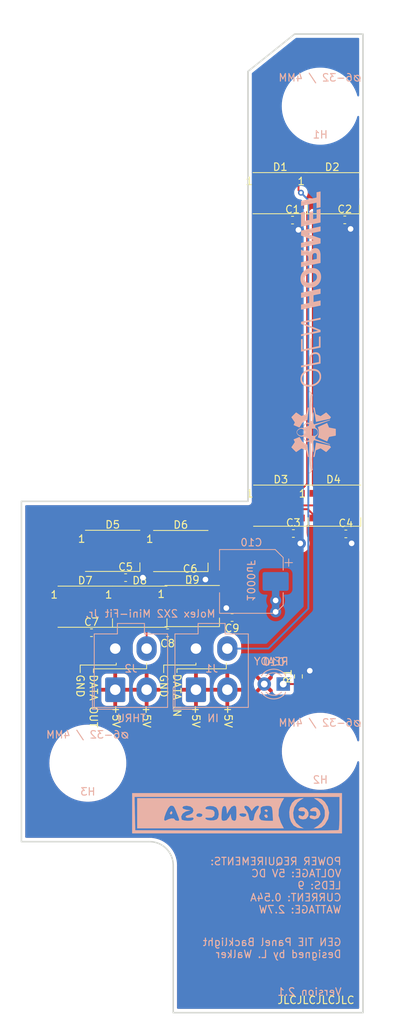
<source format=kicad_pcb>
(kicad_pcb (version 20211014) (generator pcbnew)
  (layers (0 "F.Cu" signal) (31 "B.Cu" signal) (34 "B.Paste" user) (35 "F.Paste" user) (36 "B.SilkS" user "B.Silkscreen") (37 "F.SilkS" user "F.Silkscreen") (38 "B.Mask" user) (39 "F.Mask" user) (44 "Edge.Cuts" user))
  (net 0 "")
  (net 1 "Net-(D1-Pad2)")
  (net 2 "Net-(D2-Pad2)")
  (net 3 "Net-(D3-Pad2)")
  (net 4 "Net-(D4-Pad2)")
  (net 5 "Net-(D6-Pad2)")
  (net 6 "Net-(D8-Pad2)")
  (net 7 "/LEDGND")
  (net 8 "/LED+5V")
  (net 9 "/DATAIN")
  (net 10 "/DATAOUT")
  (net 11 "Net-(D5-Pad2)")
  (net 12 "Net-(D7-Pad2)")
  (net 13 "Net-(D10-Pad1)")
  (footprint "OH_Footprints:LED_WS2812B_PLCC4_5.0x5.0mm_P3.2mm" (layer "F.Cu") (at 151.742 50.974)
    (fp_text reference "D1" (at 0 -3.5) (layer "F.SilkS"))
    (fp_text value "WS2812B")
    (fp_text user "1" (at -4.15 -1.6) (layer "F.SilkS"))
    (pad "1" smd rect (at -2.45 -1.65) (size 1.5 0.9) (layers "F.Cu" "F.Paste" "F.Mask") (net 8 "/LED+5V"))
    (pad "2" smd rect (at -2.45 1.65) (size 1.5 0.9) (layers "F.Cu" "F.Paste" "F.Mask") (net 1 "Net-(D1-Pad2)"))
    (pad "3" smd rect (at 2.45 1.65) (size 1.5 0.9) (layers "F.Cu" "F.Paste" "F.Mask") (net 7 "/LEDGND"))
    (pad "4" smd rect (at 2.45 -1.65) (size 1.5 0.9) (layers "F.Cu" "F.Paste" "F.Mask") (net 9 "/DATAIN"))
  )
  (footprint "OH_Footprints:LED_WS2812B_PLCC4_5.0x5.0mm_P3.2mm" (layer "F.Cu") (at 158.702 50.984)
    (fp_text reference "D2" (at 0 -3.5) (layer "F.SilkS"))
    (fp_text value "WS2812B")
    (fp_text user "1" (at -4.15 -1.6) (layer "F.SilkS"))
    (pad "1" smd rect (at -2.45 -1.65) (size 1.5 0.9) (layers "F.Cu" "F.Paste" "F.Mask") (net 8 "/LED+5V"))
    (pad "2" smd rect (at -2.45 1.65) (size 1.5 0.9) (layers "F.Cu" "F.Paste" "F.Mask") (net 2 "Net-(D2-Pad2)"))
    (pad "3" smd rect (at 2.45 1.65) (size 1.5 0.9) (layers "F.Cu" "F.Paste" "F.Mask") (net 7 "/LEDGND"))
    (pad "4" smd rect (at 2.45 -1.65) (size 1.5 0.9) (layers "F.Cu" "F.Paste" "F.Mask") (net 1 "Net-(D1-Pad2)"))
  )
  (footprint "OH_Footprints:LED_WS2812B_PLCC4_5.0x5.0mm_P3.2mm" (layer "F.Cu") (at 151.822 92.744)
    (fp_text reference "D3" (at 0 -3.5) (layer "F.SilkS"))
    (fp_text value "WS2812B")
    (fp_text user "1" (at -4.15 -1.6) (layer "F.SilkS"))
    (pad "1" smd rect (at -2.45 -1.65) (size 1.5 0.9) (layers "F.Cu" "F.Paste" "F.Mask") (net 8 "/LED+5V"))
    (pad "2" smd rect (at -2.45 1.65) (size 1.5 0.9) (layers "F.Cu" "F.Paste" "F.Mask") (net 3 "Net-(D3-Pad2)"))
    (pad "3" smd rect (at 2.45 1.65) (size 1.5 0.9) (layers "F.Cu" "F.Paste" "F.Mask") (net 7 "/LEDGND"))
    (pad "4" smd rect (at 2.45 -1.65) (size 1.5 0.9) (layers "F.Cu" "F.Paste" "F.Mask") (net 2 "Net-(D2-Pad2)"))
  )
  (footprint "OH_Footprints:LED_WS2812B_PLCC4_5.0x5.0mm_P3.2mm" (layer "F.Cu") (at 158.872 92.744)
    (fp_text reference "D4" (at 0 -3.5) (layer "F.SilkS"))
    (fp_text value "WS2812B")
    (fp_text user "1" (at -4.15 -1.6) (layer "F.SilkS"))
    (pad "1" smd rect (at -2.45 -1.65) (size 1.5 0.9) (layers "F.Cu" "F.Paste" "F.Mask") (net 8 "/LED+5V"))
    (pad "2" smd rect (at -2.45 1.65) (size 1.5 0.9) (layers "F.Cu" "F.Paste" "F.Mask") (net 4 "Net-(D4-Pad2)"))
    (pad "3" smd rect (at 2.45 1.65) (size 1.5 0.9) (layers "F.Cu" "F.Paste" "F.Mask") (net 7 "/LEDGND"))
    (pad "4" smd rect (at 2.45 -1.65) (size 1.5 0.9) (layers "F.Cu" "F.Paste" "F.Mask") (net 3 "Net-(D3-Pad2)"))
  )
  (footprint "OH_Footprints:LED_WS2812B_PLCC4_5.0x5.0mm_P3.2mm" (layer "F.Cu") (at 129.312 98.784)
    (fp_text reference "D5" (at 0 -3.5) (layer "F.SilkS"))
    (fp_text value "WS2812B")
    (fp_text user "1" (at -4.15 -1.6) (layer "F.SilkS"))
    (pad "1" smd rect (at -2.45 -1.65) (size 1.5 0.9) (layers "F.Cu" "F.Paste" "F.Mask") (net 8 "/LED+5V"))
    (pad "2" smd rect (at -2.45 1.65) (size 1.5 0.9) (layers "F.Cu" "F.Paste" "F.Mask") (net 11 "Net-(D5-Pad2)"))
    (pad "3" smd rect (at 2.45 1.65) (size 1.5 0.9) (layers "F.Cu" "F.Paste" "F.Mask") (net 7 "/LEDGND"))
    (pad "4" smd rect (at 2.45 -1.65) (size 1.5 0.9) (layers "F.Cu" "F.Paste" "F.Mask") (net 4 "Net-(D4-Pad2)"))
  )
  (footprint "OH_Footprints:LED_WS2812B_PLCC4_5.0x5.0mm_P3.2mm" (layer "F.Cu") (at 132.932 106.248)
    (fp_text reference "D8" (at 0 -3.5) (layer "F.SilkS"))
    (fp_text value "WS2812B")
    (fp_text user "1" (at -4.15 -1.6) (layer "F.SilkS"))
    (pad "1" smd rect (at -2.45 -1.65) (size 1.5 0.9) (layers "F.Cu" "F.Paste" "F.Mask") (net 8 "/LED+5V"))
    (pad "2" smd rect (at -2.45 1.65) (size 1.5 0.9) (layers "F.Cu" "F.Paste" "F.Mask") (net 6 "Net-(D8-Pad2)"))
    (pad "3" smd rect (at 2.45 1.65) (size 1.5 0.9) (layers "F.Cu" "F.Paste" "F.Mask") (net 7 "/LEDGND"))
    (pad "4" smd rect (at 2.45 -1.65) (size 1.5 0.9) (layers "F.Cu" "F.Paste" "F.Mask") (net 12 "Net-(D7-Pad2)"))
  )
  (footprint "OH_Footprints:LED_WS2812B_PLCC4_5.0x5.0mm_P3.2mm" (layer "F.Cu") (at 139.962 106.164)
    (fp_text reference "D9" (at 0 -3.5) (layer "F.SilkS"))
    (fp_text value "WS2812B")
    (fp_text user "1" (at -4.15 -1.6) (layer "F.SilkS"))
    (pad "1" smd rect (at -2.45 -1.65) (size 1.5 0.9) (layers "F.Cu" "F.Paste" "F.Mask") (net 8 "/LED+5V"))
    (pad "2" smd rect (at -2.45 1.65) (size 1.5 0.9) (layers "F.Cu" "F.Paste" "F.Mask") (net 10 "/DATAOUT"))
    (pad "3" smd rect (at 2.45 1.65) (size 1.5 0.9) (layers "F.Cu" "F.Paste" "F.Mask") (net 7 "/LEDGND"))
    (pad "4" smd rect (at 2.45 -1.65) (size 1.5 0.9) (layers "F.Cu" "F.Paste" "F.Mask") (net 6 "Net-(D8-Pad2)"))
  )
  (footprint "OH_Footprints:C_0603_1608Metric" (layer "F.Cu") (at 153.392 54.574)
    (fp_text reference "C1" (at 0 -1.43) (layer "F.SilkS"))
    (fp_text value "C")
    (pad "1" smd roundrect (at -0.775 0) (size 0.9 0.95) (layers "F.Cu" "F.Paste" "F.Mask") (net 8 "/LED+5V"))
    (pad "2" smd roundrect (at 0.775 0) (size 0.9 0.95) (layers "F.Cu" "F.Paste" "F.Mask") (net 7 "/LEDGND"))
  )
  (footprint "OH_Footprints:R_0603_1608Metric" (layer "F.Cu") (at 154.178 115.57 90)
    (fp_text reference "R1" (at 0 -1.43 90) (layer "F.SilkS"))
    (fp_text value "R")
    (pad "1" smd roundrect (at -0.825 0 90) (size 0.8 0.95) (layers "F.Cu" "F.Paste" "F.Mask") (net 13 "Net-(D10-Pad1)"))
    (pad "2" smd roundrect (at 0.825 0 90) (size 0.8 0.95) (layers "F.Cu" "F.Paste" "F.Mask") (net 7 "/LEDGND"))
  )
  (footprint "OH_Footprints:C_0603_1608Metric" (layer "F.Cu") (at 160.387 54.544)
    (fp_text reference "C2" (at 0 -1.43) (layer "F.SilkS"))
    (fp_text value "C")
    (pad "1" smd roundrect (at -0.775 0) (size 0.9 0.95) (layers "F.Cu" "F.Paste" "F.Mask") (net 8 "/LED+5V"))
    (pad "2" smd roundrect (at 0.775 0) (size 0.9 0.95) (layers "F.Cu" "F.Paste" "F.Mask") (net 7 "/LEDGND"))
  )
  (footprint "OH_Footprints:C_0603_1608Metric" (layer "F.Cu") (at 153.502 96.464)
    (fp_text reference "C3" (at 0 -1.43) (layer "F.SilkS"))
    (fp_text value "C")
    (pad "1" smd roundrect (at -0.775 0) (size 0.9 0.95) (layers "F.Cu" "F.Paste" "F.Mask") (net 8 "/LED+5V"))
    (pad "2" smd roundrect (at 0.775 0) (size 0.9 0.95) (layers "F.Cu" "F.Paste" "F.Mask") (net 7 "/LEDGND"))
  )
  (footprint "OH_Footprints:C_0603_1608Metric" (layer "F.Cu") (at 160.528 96.52)
    (fp_text reference "C4" (at 0 -1.43) (layer "F.SilkS"))
    (fp_text value "C")
    (pad "1" smd roundrect (at -0.775 0) (size 0.9 0.95) (layers "F.Cu" "F.Paste" "F.Mask") (net 8 "/LED+5V"))
    (pad "2" smd roundrect (at 0.775 0) (size 0.9 0.95) (layers "F.Cu" "F.Paste" "F.Mask") (net 7 "/LEDGND"))
  )
  (footprint "OH_Footprints:C_0603_1608Metric" (layer "F.Cu") (at 131.051 102.362)
    (fp_text reference "C5" (at 0 -1.43) (layer "F.SilkS"))
    (fp_text value "C")
    (pad "1" smd roundrect (at -0.775 0) (size 0.9 0.95) (layers "F.Cu" "F.Paste" "F.Mask") (net 8 "/LED+5V"))
    (pad "2" smd roundrect (at 0.775 0) (size 0.9 0.95) (layers "F.Cu" "F.Paste" "F.Mask") (net 7 "/LEDGND"))
  )
  (footprint "OH_Footprints:C_0603_1608Metric" (layer "F.Cu") (at 139.687 102.616)
    (fp_text reference "C6" (at 0 -1.43) (layer "F.SilkS"))
    (fp_text value "C")
    (pad "1" smd roundrect (at -0.775 0) (size 0.9 0.95) (layers "F.Cu" "F.Paste" "F.Mask") (net 8 "/LED+5V"))
    (pad "2" smd roundrect (at 0.775 0) (size 0.9 0.95) (layers "F.Cu" "F.Paste" "F.Mask") (net 7 "/LEDGND"))
  )
  (footprint "OH_Footprints:C_0603_1608Metric" (layer "F.Cu") (at 126.479 109.728)
    (fp_text reference "C7" (at 0 -1.43) (layer "F.SilkS"))
    (fp_text value "C")
    (pad "1" smd roundrect (at -0.775 0) (size 0.9 0.95) (layers "F.Cu" "F.Paste" "F.Mask") (net 8 "/LED+5V"))
    (pad "2" smd roundrect (at 0.775 0) (size 0.9 0.95) (layers "F.Cu" "F.Paste" "F.Mask") (net 7 "/LEDGND"))
  )
  (footprint "OH_Footprints:C_0603_1608Metric" (layer "F.Cu") (at 145.301 107.696 180)
    (fp_text reference "C9" (at 0 -1.43 180) (layer "F.SilkS"))
    (fp_text value "C")
    (pad "1" smd roundrect (at -0.775 0 180) (size 0.9 0.95) (layers "F.Cu" "F.Paste" "F.Mask") (net 8 "/LED+5V"))
    (pad "2" smd roundrect (at 0.775 0 180) (size 0.9 0.95) (layers "F.Cu" "F.Paste" "F.Mask") (net 7 "/LEDGND"))
  )
  (footprint "OH_Footprints:C_0603_1608Metric" (layer "F.Cu") (at 136.665 109.728 180)
    (fp_text reference "C8" (at 0 -1.43 180) (layer "F.SilkS"))
    (fp_text value "C")
    (pad "1" smd roundrect (at -0.775 0 180) (size 0.9 0.95) (layers "F.Cu" "F.Paste" "F.Mask") (net 8 "/LED+5V"))
    (pad "2" smd roundrect (at 0.775 0 180) (size 0.9 0.95) (layers "F.Cu" "F.Paste" "F.Mask") (net 7 "/LEDGND"))
  )
  (footprint "OH_Footprints:LED_WS2812B_PLCC4_5.0x5.0mm_P3.2mm" (layer "F.Cu") (at 138.43 98.806)
    (fp_text reference "D6" (at 0 -3.5) (layer "F.SilkS"))
    (fp_text value "WS2812B")
    (fp_text user "1" (at -4.15 -1.6) (layer "F.SilkS"))
    (pad "1" smd rect (at -2.45 -1.65) (size 1.5 0.9) (layers "F.Cu" "F.Paste" "F.Mask") (net 8 "/LED+5V"))
    (pad "2" smd rect (at -2.45 1.65) (size 1.5 0.9) (layers "F.Cu" "F.Paste" "F.Mask") (net 5 "Net-(D6-Pad2)"))
    (pad "3" smd rect (at 2.45 1.65) (size 1.5 0.9) (layers "F.Cu" "F.Paste" "F.Mask") (net 7 "/LEDGND"))
    (pad "4" smd rect (at 2.45 -1.65) (size 1.5 0.9) (layers "F.Cu" "F.Paste" "F.Mask") (net 11 "Net-(D5-Pad2)"))
  )
  (footprint "OH_Footprints:LED_WS2812B_PLCC4_5.0x5.0mm_P3.2mm" (layer "F.Cu") (at 125.64 106.248)
    (fp_text reference "D7" (at 0 -3.5) (layer "F.SilkS"))
    (fp_text value "WS2812B")
    (fp_text user "1" (at -4.15 -1.6) (layer "F.SilkS"))
    (pad "1" smd rect (at -2.45 -1.65) (size 1.5 0.9) (layers "F.Cu" "F.Paste" "F.Mask") (net 8 "/LED+5V"))
    (pad "2" smd rect (at -2.45 1.65) (size 1.5 0.9) (layers "F.Cu" "F.Paste" "F.Mask") (net 12 "Net-(D7-Pad2)"))
    (pad "3" smd rect (at 2.45 1.65) (size 1.5 0.9) (layers "F.Cu" "F.Paste" "F.Mask") (net 7 "/LEDGND"))
    (pad "4" smd rect (at 2.45 -1.65) (size 1.5 0.9) (layers "F.Cu" "F.Paste" "F.Mask") (net 5 "Net-(D6-Pad2)"))
  )
  (footprint "OH_Backlighting:OH_Panel_6-32_PHS" (layer "F.Cu") (at 125.992 127.164)
    (fp_text reference "REF**" hide)
    (fp_text value "OH_Panel_Fastner_Keepout" hide)
    (fp_text user "H3" (at 0 3.81) (layer "B.SilkS") (effects (justify mirror)))
    (fp_text user "⌀6-32 / 4MM" (at 0 -3.81) (layer "B.SilkS") (effects (justify mirror)))
    (pad "" np_thru_hole circle locked (at 0 0) (size 4.3 4.3) (drill 4.3) (layers *.Cu *.Mask) (clearance 3))
  )
  (footprint "OH_Backlighting:OH_Panel_6-32_PHS" (layer "F.Cu") (at 157.112 125.574)
    (fp_text reference "REF**" hide)
    (fp_text value "OH_Panel_Fastner_Keepout" hide)
    (fp_text user "H2" (at 0 3.81) (layer "B.SilkS") (effects (justify mirror)))
    (fp_text user "⌀6-32 / 4MM" (at 0 -3.81) (layer "B.SilkS") (effects (justify mirror)))
    (pad "" np_thru_hole circle locked (at 0 0) (size 4.3 4.3) (drill 4.3) (layers *.Cu *.Mask) (clearance 3))
  )
  (footprint "OH_Backlighting:OH_Panel_6-32_PHS" (layer "F.Cu") (at 157.102 39.344)
    (fp_text reference "REF**" hide)
    (fp_text value "OH_Panel_Fastner_Keepout" hide)
    (fp_text user "⌀6-32 / 4MM" (at 0 -3.81) (layer "B.SilkS") (effects (justify mirror)))
    (fp_text user "H1" (at 0 3.81) (layer "B.SilkS") (effects (justify mirror)))
    (pad "" np_thru_hole circle locked (at 0 0) (size 4.3 4.3) (drill 4.3) (layers *.Cu *.Mask) (clearance 3))
  )
  (footprint "OH_Footprints:Molex_Mini-Fit_Jr_5566-04A_2x02_P4.20mm_Vertical" (layer "B.Cu") (at 140.462 117.348)
    (fp_text reference "J1" (at 2.1 -2.820624 180) (layer "B.SilkS") (effects (justify mirror)))
    (fp_text value "IN")
    (pad "1" thru_hole roundrect (at 0 0) (size 2.7 3.3) (drill 1.4) (layers *.Cu *.Mask) (roundrect_rratio 0.09259296296) (net 8 "/LED+5V"))
    (pad "2" thru_hole oval (at 4.2 0) (size 2.7 3.3) (drill 1.4) (layers *.Cu *.Mask) (net 8 "/LED+5V"))
    (pad "3" thru_hole oval (at 0 -5.5) (size 2.7 3.3) (drill 1.4) (layers *.Cu *.Mask) (net 7 "/LEDGND"))
    (pad "4" thru_hole oval (at 4.2 -5.5) (size 2.7 3.3) (drill 1.4) (layers *.Cu *.Mask) (net 9 "/DATAIN"))
  )
  (footprint "OH_Footprints:LED_D3.0mm" (layer "B.Cu") (at 152.146 116.586 180)
    (fp_text reference "D10" (at 1.27 2.96) (layer "B.SilkS") (effects (justify mirror)))
    (fp_text value "LED")
    (pad "1" thru_hole rect (at 0 0 180) (size 1.8 1.8) (drill 0.9) (layers *.Cu *.Mask) (net 13 "Net-(D10-Pad1)"))
    (pad "2" thru_hole circle (at 2.54 0 180) (size 1.8 1.8) (drill 0.9) (layers *.Cu *.Mask) (net 8 "/LED+5V"))
  )
  (footprint "OH_General:CC-BY-NC-SA-Small" (layer "B.Cu") (at 146.05 133.858 180)
    (fp_text reference "G***" hide)
    (fp_text value "LOGO" hide)
  )
  (footprint "OH_General:OH_LOGO_37.7mm_5.9mm" (layer "B.Cu") (at 156.21 69.596 90)
    (fp_text reference "G***" hide)
    (fp_text value "LOGO" hide)
  )
  (footprint "OH_Footprints:CP_Elec_8x10" (layer "B.Cu") (at 147.88 102.87 180)
    (fp_text reference "C10" (at 0 5.2) (layer "B.SilkS") (effects (justify mirror)))
    (fp_text value "C_Polarized")
    (pad "1" smd roundrect (at -3.25 0 180) (size 3.5 2.5) (layers "B.Cu" "B.Paste" "B.Mask") (roundrect_rratio 0.1) (net 8 "/LED+5V"))
    (pad "2" smd roundrect (at 3.25 0 180) (size 3.5 2.5) (layers "B.Cu" "B.Paste" "B.Mask") (roundrect_rratio 0.1) (net 7 "/LEDGND"))
  )
  (footprint "OH_Footprints:Molex_Mini-Fit_Jr_5566-04A_2x02_P4.20mm_Vertical" (layer "B.Cu") (at 129.658 117.348)
    (fp_text reference "J2" (at 2.1 -2.820624 180) (layer "B.SilkS") (effects (justify mirror)))
    (fp_text value "THRU")
    (pad "1" thru_hole roundrect (at 0 0) (size 2.7 3.3) (drill 1.4) (layers *.Cu *.Mask) (roundrect_rratio 0.09259296296) (net 8 "/LED+5V"))
    (pad "2" thru_hole oval (at 4.2 0) (size 2.7 3.3) (drill 1.4) (layers *.Cu *.Mask) (net 8 "/LED+5V"))
    (pad "3" thru_hole oval (at 0 -5.5) (size 2.7 3.3) (drill 1.4) (layers *.Cu *.Mask) (net 7 "/LEDGND"))
    (pad "4" thru_hole oval (at 4.2 -5.5) (size 2.7 3.3) (drill 1.4) (layers *.Cu *.Mask) (net 10 "/DATAOUT"))
  )
  (gr_line (start 137.922 114.554) (end 144.526 114.554) (layer "F.SilkS") (width 0.12))
  (gr_line (start 136.144 114.046) (end 140.462 114.046) (layer "F.SilkS") (width 0.12))
  (gr_line (start 126.746 114.554) (end 133.858 114.554) (layer "F.SilkS") (width 0.12))
  (gr_line (start 133.858 114.554) (end 133.858 113.792) (layer "F.SilkS") (width 0.12))
  (gr_line (start 124.968 115.062) (end 124.968 114.3) (layer "F.SilkS") (width 0.12))
  (gr_line (start 124.968 114.046) (end 129.794 114.046) (layer "F.SilkS") (width 0.12))
  (gr_line (start 129.794 114.046) (end 129.794 113.792) (layer "F.SilkS") (width 0.12))
  (gr_line (start 144.526 114.554) (end 144.526 113.792) (layer "F.SilkS") (width 0.12))
  (gr_line (start 137.922 115.062) (end 137.922 114.554) (layer "F.SilkS") (width 0.12))
  (gr_line (start 140.462 114.046) (end 140.462 113.792) (layer "F.SilkS") (width 0.12))
  (gr_line (start 124.968 114.3) (end 124.968 114.046) (layer "F.SilkS") (width 0.12))
  (gr_line (start 136.144 115.062) (end 136.144 114.046) (layer "F.SilkS") (width 0.12))
  (gr_line (start 126.746 115.062) (end 126.746 114.554) (layer "F.SilkS") (width 0.12))
  (gr_line (start 162.821263 29.701932) (end 153.677263 29.701932) (layer "Edge.Cuts") (width 0.2))
  (gr_line (start 147.429124 92.168757) (end 117.101263 92.168757) (layer "Edge.Cuts") (width 0.2))
  (gr_line (start 162.821263 160.511932) (end 162.821263 29.701932) (layer "Edge.Cuts") (width 0.2))
  (gr_line (start 117.101263 92.168757) (end 117.101263 137.651932) (layer "Edge.Cuts") (width 0.2))
  (gr_line (start 137.421263 160.511932) (end 162.821263 160.511932) (layer "Edge.Cuts") (width 0.2))
  (gr_line (start 147.429124 34.691765) (end 147.429124 92.168757) (layer "Edge.Cuts") (width 0.2))
  (gr_arc (start 134.246263 137.651932) (mid 136.491327 138.581868) (end 137.421263 140.826932) (layer "Edge.Cuts") (width 0.2))
  (gr_line (start 137.421263 140.826932) (end 137.421263 160.511932) (layer "Edge.Cuts") (width 0.2))
  (gr_line (start 153.677263 29.701932) (end 147.429124 34.691765) (layer "Edge.Cuts") (width 0.2))
  (gr_line (start 117.101263 137.651932) (end 134.246263 137.651932) (layer "Edge.Cuts") (width 0.2))
  (gr_text "POWER REQUIREMENTS:\nVOLTAGE: 5V DC\nLEDS: 9\nCURRENT: 0.54A\nWATTAGE: 2.7W" (at 160.02 143.51) (layer "B.SilkS") (effects (font (size 1 1)) (justify left mirror)))
  (gr_text "Molex 2X2 Mini-Fit Jr." (at 134.366 107.188) (layer "B.SilkS") (effects (font (size 1 1)) (justify mirror)))
  (gr_text "GEN TIE Panel Backlight\nDesigned by L. Walker" (at 160.02 151.892) (layer "B.SilkS") (effects (font (size 1 1)) (justify left mirror)))
  (gr_text "READY" (at 150.542 113.564) (layer "B.SilkS") (effects (font (size 1 1)) (justify mirror)))
  (gr_text "THRU" (at 131.826 121.158) (layer "B.SilkS") (effects (font (size 1 1)) (justify mirror)))
  (gr_text "Version 2.1" (at 155.659285 157.734) (layer "B.SilkS") (effects (font (size 1 1)) (justify mirror)))
  (gr_text "1000uF" (at 147.802 102.752 270) (layer "B.SilkS") (effects (font (size 1 1)) (justify mirror)))
  (gr_text "IN" (at 142.748 121.158) (layer "B.SilkS") (effects (font (size 1 1)) (justify mirror)))
  (gr_text "+5V" (at 144.78 120.904 270) (layer "F.SilkS") (effects (font (size 1 1))))
  (gr_text "GND" (at 136.144 116.84 270) (layer "F.SilkS") (effects (font (size 1 1))))
  (gr_text "DATA IN" (at 137.922 118.11 -90) (layer "F.SilkS") (effects (font (size 1 1))))
  (gr_text "+5V" (at 129.794 120.904 270) (layer "F.SilkS") (effects (font (size 1 1))))
  (gr_text "+5V" (at 140.462 120.904 270) (layer "F.SilkS") (effects (font (size 1 1))))
  (gr_text "DATA OUT" (at 126.746 118.872 270) (layer "F.SilkS") (effects (font (size 1 1))))
  (gr_text "JLCJLCJLCJLC" (at 156.53 158.84) (layer "F.SilkS") (effects (font (size 1 1))))
  (gr_text "GND" (at 124.968 116.84 270) (layer "F.SilkS") (effects (font (size 1 1))))
  (gr_text "+5V" (at 133.858 120.904 270) (layer "F.SilkS") (effects (font (size 1 1))))
  (segment (start 149.292 52.574) (end 148.082 51.364) (width 0.25) (layer "F.Cu") (net 1))
  (segment (start 148.082 51.364) (end 148.082 48.748998) (width 0.25) (layer "F.Cu") (net 1))
  (segment (start 161.152 48.842) (end 158.03 45.72) (width 0.25) (layer "F.Cu") (net 1))
  (segment (start 161.152 49.384) (end 161.152 48.842) (width 0.25) (layer "F.Cu") (net 1))
  (segment (start 158.03 45.72) (end 151.110998 45.72) (width 0.25) (layer "F.Cu") (net 1))
  (segment (start 151.110998 45.72) (end 148.082 48.748998) (width 0.25) (layer "F.Cu") (net 1))
  (segment (start 154.272 91.144) (end 154.272 90.889998) (width 0.25) (layer "F.Cu") (net 2))
  (segment (start 155.346999 53.489001) (end 155.346999 89.814999) (width 0.25) (layer "F.Cu") (net 2))
  (segment (start 154.272 90.889998) (end 155.346999 89.814999) (width 0.25) (layer "F.Cu") (net 2))
  (segment (start 156.252 52.584) (end 155.346999 53.489001) (width 0.25) (layer "F.Cu") (net 2))
  (segment (start 151.006 92.71) (end 159.756 92.71) (width 0.25) (layer "F.Cu") (net 3))
  (segment (start 149.372 94.344) (end 151.006 92.71) (width 0.25) (layer "F.Cu") (net 3))
  (segment (start 159.756 92.71) (end 161.322 91.144) (width 0.25) (layer "F.Cu") (net 3))
  (segment (start 156.422 94.344) (end 156.422 94.192) (width 0.25) (layer "F.Cu") (net 4))
  (segment (start 151.611997 95.169001) (end 133.776999 95.169001) (width 0.25) (layer "F.Cu") (net 4))
  (segment (start 133.776999 95.169001) (end 131.762 97.184) (width 0.25) (layer "F.Cu") (net 4))
  (segment (start 156.422 94.192) (end 155.448 93.218) (width 0.25) (layer "F.Cu") (net 4))
  (segment (start 155.448 93.218) (end 153.562998 93.218) (width 0.25) (layer "F.Cu") (net 4))
  (segment (start 153.562998 93.218) (end 151.611997 95.169001) (width 0.25) (layer "F.Cu") (net 4))
  (segment (start 129.226999 103.437001) (end 133.866001 103.437001) (width 0.25) (layer "F.Cu") (net 5))
  (segment (start 133.866001 103.437001) (end 135.98 101.323002) (width 0.25) (layer "F.Cu") (net 5))
  (segment (start 128.09 104.648) (end 128.09 104.574) (width 0.25) (layer "F.Cu") (net 5))
  (segment (start 135.98 101.323002) (end 135.98 100.406) (width 0.25) (layer "F.Cu") (net 5))
  (segment (start 128.09 104.574) (end 129.226999 103.437001) (width 0.25) (layer "F.Cu") (net 5))
  (segment (start 140.804 106.172) (end 142.412 104.564) (width 0.25) (layer "F.Cu") (net 6))
  (segment (start 132.944 107.848) (end 134.62 106.172) (width 0.25) (layer "F.Cu") (net 6))
  (segment (start 134.62 106.172) (end 140.804 106.172) (width 0.25) (layer "F.Cu") (net 6))
  (segment (start 130.482 107.848) (end 132.944 107.848) (width 0.25) (layer "F.Cu") (net 6))
  (segment (start 161.162 55.752) (end 161.162 55.752) (width 1) (layer "F.Cu") (net 7))
  (segment (start 154.178 55.88) (end 154.167 55.869) (width 1) (layer "F.Cu") (net 7))
  (segment (start 161.303 97.777) (end 161.303 97.777) (width 1) (layer "F.Cu") (net 7))
  (segment (start 154.432 97.79) (end 154.277 97.635) (width 1) (layer "F.Cu") (net 7))
  (segment (start 133.35 102.362) (end 133.35 102.362) (width 1) (layer "F.Cu") (net 7))
  (segment (start 144.526 106.426) (end 144.526 106.426) (width 1) (layer "F.Cu") (net 7))
  (segment (start 141.732 102.616) (end 141.732 102.616) (width 1) (layer "F.Cu") (net 7))
  (segment (start 155.702 114.808) (end 155.6765 114.7825) (width 1) (layer "F.Cu") (net 7))
  (segment (start 154.192 52.574) (end 154.192 54.549) (width 1) (layer "F.Cu") (net 7))
  (segment (start 161.152 54.534) (end 161.162 54.544) (width 1) (layer "F.Cu") (net 7))
  (segment (start 131.826 102.362) (end 133.35 102.362) (width 1) (layer "F.Cu") (net 7))
  (segment (start 140.462 100.584) (end 140.462 102.616) (width 1) (layer "F.Cu") (net 7))
  (segment (start 140.88 100.406) (end 140.64 100.406) (width 1) (layer "F.Cu") (net 7))
  (segment (start 140.462 102.616) (end 141.732 102.616) (width 1) (layer "F.Cu") (net 7))
  (segment (start 161.303 94.363) (end 161.322 94.344) (width 1) (layer "F.Cu") (net 7))
  (segment (start 131.826 100.448) (end 131.762 100.384) (width 1) (layer "F.Cu") (net 7))
  (segment (start 140.462 111.848) (end 137.535 111.848) (width 1) (layer "F.Cu") (net 7))
  (segment (start 131.826 102.362) (end 131.826 100.448) (width 1) (layer "F.Cu") (net 7))
  (segment (start 154.272 96.459) (end 154.277 96.464) (width 1) (layer "F.Cu") (net 7))
  (segment (start 128.09 108.13) (end 127.254 108.966) (width 1) (layer "F.Cu") (net 7))
  (segment (start 161.303 96.52) (end 161.303 94.363) (width 1) (layer "F.Cu") (net 7))
  (segment (start 154.192 54.549) (end 154.167 54.574) (width 1) (layer "F.Cu") (net 7))
  (segment (start 161.152 52.584) (end 161.152 54.534) (width 1) (layer "F.Cu") (net 7))
  (segment (start 135.382 107.848) (end 135.382 108.204) (width 1) (layer "F.Cu") (net 7))
  (segment (start 154.272 94.344) (end 154.272 96.459) (width 1) (layer "F.Cu") (net 7))
  (segment (start 154.167 54.574) (end 154.178 55.88) (width 1) (layer "F.Cu") (net 7))
  (segment (start 144.458 107.764) (end 144.526 107.696) (width 1) (layer "F.Cu") (net 7))
  (segment (start 127.254 108.966) (end 127.254 109.728) (width 1) (layer "F.Cu") (net 7))
  (segment (start 127.254 109.728) (end 127.254 110.744) (width 1) (layer "F.Cu") (net 7))
  (segment (start 127.254 110.744) (end 128.358 111.848) (width 1) (layer "F.Cu") (net 7))
  (segment (start 135.89 110.203) (end 135.89 109.728) (width 1) (layer "F.Cu") (net 7))
  (segment (start 128.358 111.848) (end 129.658 111.848) (width 1) (layer "F.Cu") (net 7))
  (segment (start 128.09 107.848) (end 128.09 108.13) (width 1) (layer "F.Cu") (net 7))
  (segment (start 142.412 107.764) (end 144.458 107.764) (width 1) (layer "F.Cu") (net 7))
  (segment (start 154.178 114.7825) (end 155.702 114.808) (width 1) (layer "F.Cu") (net 7))
  (segment (start 140.64 100.406) (end 140.462 100.584) (width 1) (layer "F.Cu") (net 7))
  (segment (start 161.162 54.544) (end 161.162 55.752) (width 1) (layer "F.Cu") (net 7))
  (segment (start 137.535 111.848) (end 135.89 110.203) (width 1) (layer "F.Cu") (net 7))
  (segment (start 154.277 96.464) (end 154.432 97.79) (width 1) (layer "F.Cu") (net 7))
  (segment (start 161.303 96.52) (end 161.303 97.777) (width 1) (layer "F.Cu") (net 7))
  (segment (start 144.526 107.696) (end 144.526 106.426) (width 1) (layer "F.Cu") (net 7))
  (segment (start 135.89 108.712) (end 135.89 109.728) (width 1) (layer "F.Cu") (net 7))
  (segment (start 135.382 108.204) (end 135.89 108.712) (width 1) (layer "F.Cu") (net 7))
  (via (at 154.432 97.79) (size 1.5) (drill 0.75) (layers "F.Cu" "B.Cu") (net 7))
  (via (at 155.702 114.808) (size 1.5) (drill 0.75) (layers "F.Cu" "B.Cu") (net 7))
  (via (at 133.35 102.362) (size 1.5) (drill 0.75) (layers "F.Cu" "B.Cu") (net 7))
  (via (at 154.178 55.88) (size 1.5) (drill 0.75) (layers "F.Cu" "B.Cu") (net 7))
  (via (at 161.162 55.752) (size 1.5) (drill 0.75) (layers "F.Cu" "B.Cu") (net 7))
  (via (at 161.303 97.777) (size 1.5) (drill 0.75) (layers "F.Cu" "B.Cu") (net 7))
  (via (at 141.732 102.616) (size 1.5) (drill 0.75) (layers "F.Cu" "B.Cu") (net 7))
  (via (at 144.526 106.426) (size 1.5) (drill 0.75) (layers "F.Cu" "B.Cu") (net 7))
  (via (at 151.13 106.934) (size 1.5) (drill 0.75) (layers "F.Cu" "B.Cu") (net 8))
  (via (at 151.13 105.41) (size 1.5) (drill 0.75) (layers "F.Cu" "B.Cu") (net 8))
  (segment (start 151.13 105.41) (end 151.13 106.934) (width 1) (layer "B.Cu") (net 8))
  (segment (start 151.13 106.934) (end 151.13 106.934) (width 1) (layer "B.Cu") (net 8))
  (segment (start 151.13 102.87) (end 151.13 105.41) (width 1) (layer "B.Cu") (net 8))
  (segment (start 154.192 50.582) (end 154.52 50.91) (width 0.25) (layer "F.Cu") (net 9))
  (segment (start 154.192 49.374) (end 154.192 50.582) (width 0.25) (layer "F.Cu") (net 9))
  (via (at 154.52 50.91) (size 0.8) (drill 0.4) (layers "F.Cu" "B.Cu") (net 9))
  (segment (start 150.162 111.848) (end 155.507001 106.502999) (width 0.25) (layer "B.Cu") (net 9))
  (segment (start 155.507001 51.897001) (end 154.52 50.91) (width 0.25) (layer "B.Cu") (net 9))
  (segment (start 155.507001 106.502999) (end 155.507001 51.897001) (width 0.25) (layer "B.Cu") (net 9))
  (segment (start 144.662 111.848) (end 150.162 111.848) (width 0.25) (layer "B.Cu") (net 9))
  (segment (start 136.428 106.68) (end 134.74841 106.68) (width 0.25) (layer "F.Cu") (net 10))
  (segment (start 137.512 107.764) (end 136.428 106.68) (width 0.25) (layer "F.Cu") (net 10))
  (segment (start 133.858 107.57041) (end 133.858 111.848) (width 0.25) (layer "F.Cu") (net 10))
  (segment (start 134.74841 106.68) (end 133.858 107.57041) (width 0.25) (layer "F.Cu") (net 10))
  (segment (start 140.054999 96.380999) (end 140.054999 96.366999) (width 0.25) (layer "F.Cu") (net 11))
  (segment (start 139.446 95.758) (end 135.592998 95.758) (width 0.25) (layer "F.Cu") (net 11))
  (segment (start 131.791999 99.558999) (end 127.687001 99.558999) (width 0.25) (layer "F.Cu") (net 11))
  (segment (start 140.054999 96.366999) (end 139.446 95.758) (width 0.25) (layer "F.Cu") (net 11))
  (segment (start 127.687001 99.558999) (end 126.862 100.384) (width 0.25) (layer "F.Cu") (net 11))
  (segment (start 135.592998 95.758) (end 131.791999 99.558999) (width 0.25) (layer "F.Cu") (net 11))
  (segment (start 140.88 97.206) (end 140.054999 96.380999) (width 0.25) (layer "F.Cu") (net 11))
  (segment (start 132.930999 107.022999) (end 135.305998 104.648) (width 0.25) (layer "F.Cu") (net 12))
  (segment (start 135.305998 104.648) (end 135.382 104.648) (width 0.25) (layer "F.Cu") (net 12))
  (segment (start 123.19 107.848) (end 124.015001 107.022999) (width 0.25) (layer "F.Cu") (net 12))
  (segment (start 124.015001 107.022999) (end 132.930999 107.022999) (width 0.25) (layer "F.Cu") (net 12))
  (segment (start 152.146 116.586) (end 153.9495 116.586) (width 0.25) (layer "F.Cu") (net 13))
  (segment (start 153.9495 116.586) (end 154.178 116.3575) (width 0.25) (layer "F.Cu") (net 13))
  (zone (net 8) (net_name "/LED+5V") (layer "F.Cu") (connect_pads (clearance 0.508)) (min_thickness 0.254) (fill yes (thermal_gap 0.508) (thermal_bridge_width 0.508))
    (polygon (pts (xy 165.002 161.824) (xy 145.542 162.044) (xy 114.682 162.044) (xy 115.132 25.604) (xy 166.572 25.384)))
  )
  (zone (net 7) (net_name "/LEDGND") (layer "B.Cu") (connect_pads yes (clearance 0.508)) (min_thickness 0.254) (fill yes (thermal_gap 0.508) (thermal_bridge_width 0.508))
    (polygon (pts (xy 167.242 25.154) (xy 164.782 161.594) (xy 114.682 161.154) (xy 114.232 25.154)))
  )
)
</source>
